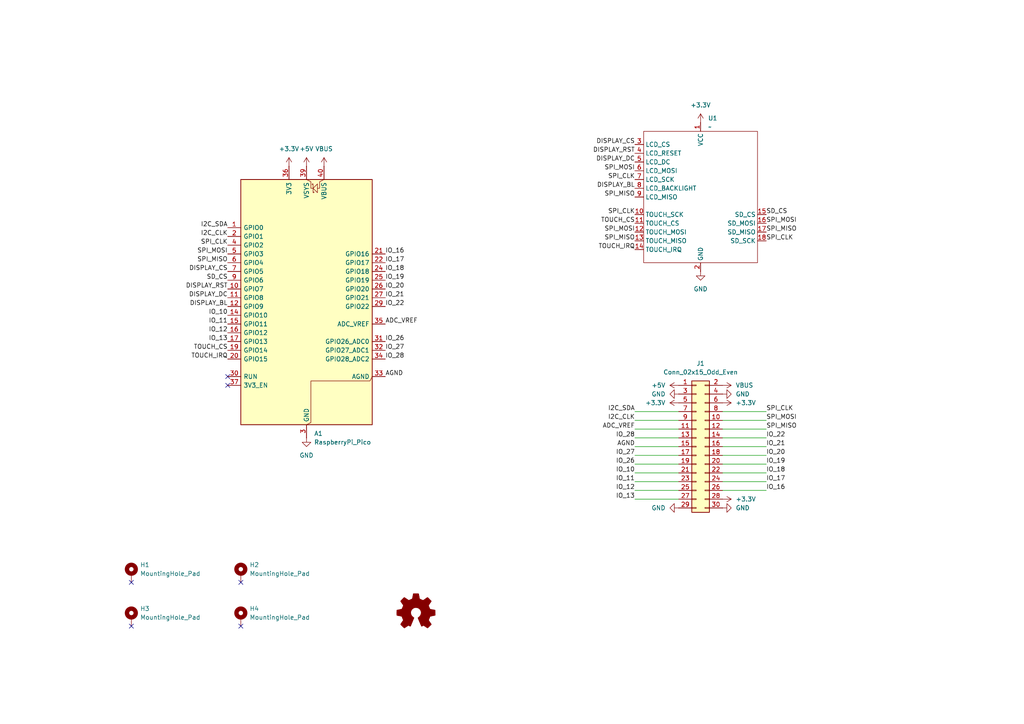
<source format=kicad_sch>
(kicad_sch (version 20250114) (generator "eeschema") (generator_version "9.0")
  (paper "A4")
  (lib_symbols
    (symbol "Connector_Generic:Conn_02x15_Odd_Even" (pin_names (offset 1.016) (hide yes))
      (property "Reference" "J" (at 1.27 20.32 0))
      (property "Value" "Conn_02x15_Odd_Even" (at 1.27 -20.32 0))
      (symbol "Conn_02x15_Odd_Even_1_1"
        (rectangle (start -1.27 19.05) (end 3.81 -19.05) (stroke (width 0.254)) (fill (type background)))
        (rectangle (start -1.27 17.907) (end 0 17.653) (stroke (width 0.1524)))
        (rectangle (start -1.27 15.367) (end 0 15.113) (stroke (width 0.1524)))
        (rectangle (start -1.27 12.827) (end 0 12.573) (stroke (width 0.1524)))
        (rectangle (start -1.27 10.287) (end 0 10.033) (stroke (width 0.1524)))
        (rectangle (start -1.27 7.747) (end 0 7.493) (stroke (width 0.1524)))
        (rectangle (start -1.27 5.207) (end 0 4.953) (stroke (width 0.1524)))
        (rectangle (start -1.27 2.667) (end 0 2.413) (stroke (width 0.1524)))
        (rectangle (start -1.27 0.127) (end 0 -0.127) (stroke (width 0.1524)))
        (rectangle (start -1.27 -2.413) (end 0 -2.667) (stroke (width 0.1524)))
        (rectangle (start -1.27 -4.953) (end 0 -5.207) (stroke (width 0.1524)))
        (rectangle (start -1.27 -7.493) (end 0 -7.747) (stroke (width 0.1524)))
        (rectangle (start -1.27 -10.033) (end 0 -10.287) (stroke (width 0.1524)))
        (rectangle (start -1.27 -12.573) (end 0 -12.827) (stroke (width 0.1524)))
        (rectangle (start -1.27 -15.113) (end 0 -15.367) (stroke (width 0.1524)))
        (rectangle (start -1.27 -17.653) (end 0 -17.907) (stroke (width 0.1524)))
        (rectangle (start 3.81 17.907) (end 2.54 17.653) (stroke (width 0.1524)))
        (rectangle (start 3.81 15.367) (end 2.54 15.113) (stroke (width 0.1524)))
        (rectangle (start 3.81 12.827) (end 2.54 12.573) (stroke (width 0.1524)))
        (rectangle (start 3.81 10.287) (end 2.54 10.033) (stroke (width 0.1524)))
        (rectangle (start 3.81 7.747) (end 2.54 7.493) (stroke (width 0.1524)))
        (rectangle (start 3.81 5.207) (end 2.54 4.953) (stroke (width 0.1524)))
        (rectangle (start 3.81 2.667) (end 2.54 2.413) (stroke (width 0.1524)))
        (rectangle (start 3.81 0.127) (end 2.54 -0.127) (stroke (width 0.1524)))
        (rectangle (start 3.81 -2.413) (end 2.54 -2.667) (stroke (width 0.1524)))
        (rectangle (start 3.81 -4.953) (end 2.54 -5.207) (stroke (width 0.1524)))
        (rectangle (start 3.81 -7.493) (end 2.54 -7.747) (stroke (width 0.1524)))
        (rectangle (start 3.81 -10.033) (end 2.54 -10.287) (stroke (width 0.1524)))
        (rectangle (start 3.81 -12.573) (end 2.54 -12.827) (stroke (width 0.1524)))
        (rectangle (start 3.81 -15.113) (end 2.54 -15.367) (stroke (width 0.1524)))
        (rectangle (start 3.81 -17.653) (end 2.54 -17.907) (stroke (width 0.1524)))
        (pin passive line (at -5.08 17.78 0) (length 3.81) (name "Pin_1") (number "1"))
        (pin passive line (at -5.08 15.24 0) (length 3.81) (name "Pin_3") (number "3"))
        (pin passive line (at -5.08 12.7 0) (length 3.81) (name "Pin_5") (number "5"))
        (pin passive line (at -5.08 10.16 0) (length 3.81) (name "Pin_7") (number "7"))
        (pin passive line (at -5.08 7.62 0) (length 3.81) (name "Pin_9") (number "9"))
        (pin passive line (at -5.08 5.08 0) (length 3.81) (name "Pin_11") (number "11"))
        (pin passive line (at -5.08 2.54 0) (length 3.81) (name "Pin_13") (number "13"))
        (pin passive line (at -5.08 0 0) (length 3.81) (name "Pin_15") (number "15"))
        (pin passive line (at -5.08 -2.54 0) (length 3.81) (name "Pin_17") (number "17"))
        (pin passive line (at -5.08 -5.08 0) (length 3.81) (name "Pin_19") (number "19"))
        (pin passive line (at -5.08 -7.62 0) (length 3.81) (name "Pin_21") (number "21"))
        (pin passive line (at -5.08 -10.16 0) (length 3.81) (name "Pin_23") (number "23"))
        (pin passive line (at -5.08 -12.7 0) (length 3.81) (name "Pin_25") (number "25"))
        (pin passive line (at -5.08 -15.24 0) (length 3.81) (name "Pin_27") (number "27"))
        (pin passive line (at -5.08 -17.78 0) (length 3.81) (name "Pin_29") (number "29"))
        (pin passive line (at 7.62 17.78 180) (length 3.81) (name "Pin_2") (number "2"))
        (pin passive line (at 7.62 15.24 180) (length 3.81) (name "Pin_4") (number "4"))
        (pin passive line (at 7.62 12.7 180) (length 3.81) (name "Pin_6") (number "6"))
        (pin passive line (at 7.62 10.16 180) (length 3.81) (name "Pin_8") (number "8"))
        (pin passive line (at 7.62 7.62 180) (length 3.81) (name "Pin_10") (number "10"))
        (pin passive line (at 7.62 5.08 180) (length 3.81) (name "Pin_12") (number "12"))
        (pin passive line (at 7.62 2.54 180) (length 3.81) (name "Pin_14") (number "14"))
        (pin passive line (at 7.62 0 180) (length 3.81) (name "Pin_16") (number "16"))
        (pin passive line (at 7.62 -2.54 180) (length 3.81) (name "Pin_18") (number "18"))
        (pin passive line (at 7.62 -5.08 180) (length 3.81) (name "Pin_20") (number "20"))
        (pin passive line (at 7.62 -7.62 180) (length 3.81) (name "Pin_22") (number "22"))
        (pin passive line (at 7.62 -10.16 180) (length 3.81) (name "Pin_24") (number "24"))
        (pin passive line (at 7.62 -12.7 180) (length 3.81) (name "Pin_26") (number "26"))
        (pin passive line (at 7.62 -15.24 180) (length 3.81) (name "Pin_28") (number "28"))
        (pin passive line (at 7.62 -17.78 180) (length 3.81) (name "Pin_30") (number "30"))
      )
    )
    (symbol "Display:ILI9341_with_touch_and_sd"
      (property "Reference" "U" (at -16.51 -20.32 0))
      (symbol "ILI9341_with_touch_and_sd_0_1"
        (rectangle (start -16.51 19.05) (end 16.51 -19.05))
      )
      (symbol "ILI9341_with_touch_and_sd_1_1"
        (pin input line (at -19.05 15.24 0) (length 2.54) (name "LCD_CS") (number "3"))
        (pin input line (at -19.05 12.7 0) (length 2.54) (name "LCD_RESET") (number "4"))
        (pin input line (at -19.05 10.16 0) (length 2.54) (name "LCD_DC") (number "5"))
        (pin input line (at -19.05 7.62 0) (length 2.54) (name "LCD_MOSI") (number "6"))
        (pin input line (at -19.05 5.08 0) (length 2.54) (name "LCD_SCK") (number "7"))
        (pin input line (at -19.05 2.54 0) (length 2.54) (name "LCD_BACKLIGHT") (number "8"))
        (pin output line (at -19.05 0 0) (length 2.54) (name "LCD_MISO") (number "9"))
        (pin input line (at -19.05 -5.08 0) (length 2.54) (name "TOUCH_SCK") (number "10"))
        (pin input line (at -19.05 -7.62 0) (length 2.54) (name "TOUCH_CS") (number "11"))
        (pin input line (at -19.05 -10.16 0) (length 2.54) (name "TOUCH_MOSI") (number "12"))
        (pin output line (at -19.05 -12.7 0) (length 2.54) (name "TOUCH_MISO") (number "13"))
        (pin output line (at -19.05 -15.24 0) (length 2.54) (name "TOUCH_IRQ") (number "14"))
        (pin power_in line (at 0 21.59 270) (length 2.54) (name "VCC") (number "1"))
        (pin power_out line (at 0 -21.59 90) (length 2.54) (name "GND") (number "2"))
        (pin input line (at 19.05 -5.08 180) (length 2.54) (name "SD_CS") (number "15"))
        (pin input line (at 19.05 -7.62 180) (length 2.54) (name "SD_MOSI") (number "16"))
        (pin output line (at 19.05 -10.16 180) (length 2.54) (name "SD_MISO") (number "17"))
        (pin input line (at 19.05 -12.7 180) (length 2.54) (name "SD_SCK") (number "18"))
      )
    )
    (symbol "Graphic:Logo_Open_Hardware_Small" (in_bom no) (on_board no)
      (symbol "Logo_Open_Hardware_Small_0_1"
        (polyline (pts (xy 3.3528 -4.3434) (xy 3.302 -4.318) (xy 3.175 -4.2418) (xy 2.9972 -4.1148) (xy 2.7686 -3.9624) (xy 2.54 -3.81) (xy 2.3622 -3.7084) (xy 2.2352 -3.6068) (xy 2.1844 -3.5814) (xy 2.159 -3.6068) (xy 2.0574 -3.6576) (xy 1.905 -3.7338) (xy 1.8034 -3.7846) (xy 1.6764 -3.8354) (xy 1.6002 -3.8354) (xy 1.6002 -3.8354) (xy 1.5494 -3.7338) (xy 1.4732 -3.5306) (xy 1.3462 -3.302) (xy 1.2446 -3.0226) (xy 1.1176 -2.7178) (xy 0.9652 -2.413) (xy 0.8636 -2.1082) (xy 0.7366 -1.8288) (xy 0.6604 -1.6256) (xy 0.6096 -1.4732) (xy 0.5842 -1.397) (xy 0.5842 -1.397) (xy 0.6604 -1.3208) (xy 0.7874 -1.2446) (xy 1.0414 -1.016) (xy 1.2954 -0.6858) (xy 1.4478 -0.3302) (xy 1.524 0.0762) (xy 1.4732 0.4572) (xy 1.3208 0.8128) (xy 1.0668 1.143) (xy 0.762 1.3716) (xy 0.4064 1.524) (xy 0 1.5748) (xy -0.381 1.5494) (xy -0.7366 1.397) (xy -1.0668 1.143) (xy -1.2192 0.9906) (xy -1.397 0.6604) (xy -1.524 0.3048) (xy -1.524 0.2286) (xy -1.4986 -0.1778) (xy -1.397 -0.5334) (xy -1.1938 -0.8636) (xy -0.9144 -1.143) (xy -0.8636 -1.1684) (xy -0.7366 -1.27) (xy -0.635 -1.3462) (xy -0.5842 -1.397) (xy -1.0668 -2.5908) (xy -1.143 -2.794) (xy -1.2954 -3.1242) (xy -1.397 -3.4036) (xy -1.4986 -3.6322) (xy -1.5748 -3.7846) (xy -1.6002 -3.8354) (xy -1.6002 -3.8354) (xy -1.651 -3.8354) (xy -1.7272 -3.81) (xy -1.905 -3.7338) (xy -2.0066 -3.683) (xy -2.1336 -3.6068) (xy -2.2098 -3.5814) (xy -2.2606 -3.6068) (xy -2.3622 -3.683) (xy -2.54 -3.81) (xy -2.7686 -3.9624) (xy -2.9718 -4.0894) (xy -3.1496 -4.2164) (xy -3.302 -4.318) (xy -3.3528 -4.3434) (xy -3.3782 -4.3434) (xy -3.429 -4.318) (xy -3.5306 -4.2164) (xy -3.7084 -4.064) (xy -3.937 -3.8354) (xy -3.9624 -3.81) (xy -4.1656 -3.6068) (xy -4.318 -3.4544) (xy -4.4196 -3.3274) (xy -4.445 -3.2766) (xy -4.445 -3.2766) (xy -4.4196 -3.2258) (xy -4.318 -3.0734) (xy -4.2164 -2.8956) (xy -4.064 -2.667) (xy -3.6576 -2.0828) (xy -3.8862 -1.5494) (xy -3.937 -1.3716) (xy -4.0386 -1.1684) (xy -4.0894 -1.0414) (xy -4.1148 -0.9652) (xy -4.191 -0.9398) (xy -4.318 -0.9144) (xy -4.5466 -0.8636) (xy -4.8006 -0.8128) (xy -5.0546 -0.7874) (xy -5.2578 -0.7366) (xy -5.4356 -0.7112) (xy -5.5118 -0.6858) (xy -5.5118 -0.6858) (xy -5.5372 -0.635) (xy -5.5372 -0.5588) (xy -5.5372 -0.4318) (xy -5.5626 -0.2286) (xy -5.5626 0.0762) (xy -5.5626 0.127) (xy -5.5372 0.4064) (xy -5.5372 0.635) (xy -5.5372 0.762) (xy -5.5372 0.8382) (xy -5.5372 0.8382) (xy -5.461 0.8382) (xy -5.3086 0.889) (xy -5.08 0.9144) (xy -4.826 0.9652) (xy -4.8006 0.9906) (xy -4.5466 1.0414) (xy -4.318 1.0668) (xy -4.1656 1.1176) (xy -4.0894 1.143) (xy -4.0894 1.143) (xy -4.0386 1.2446) (xy -3.9624 1.4224) (xy -3.8608 1.6256) (xy -3.7846 1.8288) (xy -3.7084 2.0066) (xy -3.6576 2.159) (xy -3.6322 2.2098) (xy -3.6322 2.2098) (xy -3.683 2.286) (xy -3.7592 2.413) (xy -3.8862 2.5908) (xy -4.064 2.8194) (xy -4.064 2.8448) (xy -4.2164 3.0734) (xy -4.3434 3.2512) (xy -4.4196 3.3782) (xy -4.445 3.4544) (xy -4.445 3.4544) (xy -4.3942 3.5052) (xy -4.2926 3.6322) (xy -4.1148 3.81) (xy -3.937 4.0132) (xy -3.8608 4.064) (xy -3.6576 4.2926) (xy -3.5052 4.4196) (xy -3.4036 4.4958) (xy -3.3528 4.5212) (xy -3.3528 4.5212) (xy -3.302 4.4704) (xy -3.1496 4.3688) (xy -2.9718 4.2418) (xy -2.7432 4.0894) (xy -2.7178 4.0894) (xy -2.4892 3.937) (xy -2.3114 3.81) (xy -2.1844 3.7084) (xy -2.1336 3.683) (xy -2.1082 3.683) (xy -2.032 3.7084) (xy -1.8542 3.7592) (xy -1.6764 3.8354) (xy -1.4732 3.937) (xy -1.27 4.0132) (xy -1.143 4.064) (xy -1.0668 4.1148) (xy -1.0668 4.1148) (xy -1.0414 4.191) (xy -1.016 4.3434) (xy -0.9652 4.572) (xy -0.9144 4.8514) (xy -0.889 4.9022) (xy -0.8382 5.1562) (xy -0.8128 5.3848) (xy -0.7874 5.5372) (xy -0.762 5.588) (xy -0.7112 5.6134) (xy -0.5842 5.6134) (xy -0.4064 5.6134) (xy -0.1524 5.6134) (xy 0.0762 5.6134) (xy 0.3302 5.6134) (xy 0.5334 5.6134) (xy 0.6858 5.588) (xy 0.7366 5.588) (xy 0.7366 5.588) (xy 0.762 5.5118) (xy 0.8128 5.334) (xy 0.8382 5.1054) (xy 0.9144 4.826) (xy 0.9144 4.7752) (xy 0.9652 4.5212) (xy 1.016 4.2926) (xy 1.0414 4.1402) (xy 1.0668 4.0894) (xy 1.0668 4.0894) (xy 1.1938 4.0386) (xy 1.3716 3.9624) (xy 1.5748 3.8608) (xy 2.0828 3.6576) (xy 2.7178 4.0894) (xy 2.7686 4.1402) (xy 2.9972 4.2926) (xy 3.175 4.4196) (xy 3.302 4.4958) (xy 3.3782 4.5212) (xy 3.3782 4.5212) (xy 3.429 4.4704) (xy 3.556 4.3434) (xy 3.7338 4.191) (xy 3.9116 3.9878) (xy 4.064 3.8354) (xy 4.2418 3.6576) (xy 4.3434 3.556) (xy 4.4196 3.4798) (xy 4.4196 3.429) (xy 4.4196 3.4036) (xy 4.3942 3.3274) (xy 4.2926 3.2004) (xy 4.1656 2.9972) (xy 4.0132 2.794) (xy 3.8862 2.5908) (xy 3.7592 2.3876) (xy 3.6576 2.2352) (xy 3.6322 2.159) (xy 3.6322 2.1336) (xy 3.683 2.0066) (xy 3.7592 1.8288) (xy 3.8608 1.6002) (xy 4.064 1.1176) (xy 4.3942 1.0414) (xy 4.5974 1.016) (xy 4.8768 0.9652) (xy 5.1308 0.9144) (xy 5.5372 0.8382) (xy 5.5626 -0.6604) (xy 5.4864 -0.6858) (xy 5.4356 -0.6858) (xy 5.2832 -0.7366) (xy 5.0546 -0.762) (xy 4.8006 -0.8128) (xy 4.5974 -0.8636) (xy 4.3688 -0.9144) (xy 4.2164 -0.9398) (xy 4.1402 -0.9398) (xy 4.1148 -0.9652) (xy 4.064 -1.0668) (xy 3.9878 -1.2446) (xy 3.9116 -1.4478) (xy 3.81 -1.651) (xy 3.7338 -1.8542) (xy 3.683 -2.0066) (xy 3.6576 -2.0828) (xy 3.683 -2.1336) (xy 3.7846 -2.2606) (xy 3.8862 -2.4638) (xy 4.0386 -2.667) (xy 4.191 -2.8956) (xy 4.318 -3.0734) (xy 4.3942 -3.2004) (xy 4.445 -3.2766) (xy 4.4196 -3.3274) (xy 4.3434 -3.429) (xy 4.1656 -3.5814) (xy 3.937 -3.8354) (xy 3.8862 -3.8608) (xy 3.683 -4.064) (xy 3.5306 -4.2164) (xy 3.4036 -4.318) (xy 3.3528 -4.3434)) (fill (type outline)))
      )
    )
    (symbol "MCU_Module_Raspberry_Pi_Pico:RaspberryPi_Pico" (pin_names (offset 0.762))
      (property "Reference" "A" (at -19.05 38.1 0))
      (property "Value" "RaspberryPi_Pico" (at 7.62 38.1 0))
      (symbol "RaspberryPi_Pico_0_1"
        (rectangle (start -19.05 36.83) (end 19.05 -34.29) (stroke (width 0.254)) (fill (type background)))
        (polyline (pts (xy 0 36.83) (xy 1.27 36.195) (xy 1.27 34.29) (xy 1.905 34.29)))
        (polyline (pts (xy 0 -34.29) (xy 1.27 -33.655) (xy 1.27 -21.59) (xy 18.415 -21.59) (xy 19.05 -20.32)))
        (polyline (pts (xy 1.651 35.306) (xy 1.651 35.56) (xy 1.905 35.56) (xy 1.905 33.02) (xy 2.159 33.02) (xy 2.159 33.274)))
        (polyline (pts (xy 1.905 34.29) (xy 3.175 35.56) (xy 3.175 33.02) (xy 1.905 34.29)))
        (polyline (pts (xy 5.08 36.83) (xy 3.81 36.195) (xy 3.81 34.29) (xy 3.175 34.29)))
      )
      (symbol "RaspberryPi_Pico_1_1"
        (pin bidirectional line (at -22.86 22.86 0) (length 3.81) (name "GPIO0") (number "1"))
        (pin bidirectional line (at -22.86 20.32 0) (length 3.81) (name "GPIO1") (number "2"))
        (pin bidirectional line (at -22.86 17.78 0) (length 3.81) (name "GPIO2") (number "4"))
        (pin bidirectional line (at -22.86 15.24 0) (length 3.81) (name "GPIO3") (number "5"))
        (pin bidirectional line (at -22.86 12.7 0) (length 3.81) (name "GPIO4") (number "6"))
        (pin bidirectional line (at -22.86 10.16 0) (length 3.81) (name "GPIO5") (number "7"))
        (pin bidirectional line (at -22.86 7.62 0) (length 3.81) (name "GPIO6") (number "9"))
        (pin bidirectional line (at -22.86 5.08 0) (length 3.81) (name "GPIO7") (number "10"))
        (pin bidirectional line (at -22.86 2.54 0) (length 3.81) (name "GPIO8") (number "11"))
        (pin bidirectional line (at -22.86 0 0) (length 3.81) (name "GPIO9") (number "12"))
        (pin bidirectional line (at -22.86 -2.54 0) (length 3.81) (name "GPIO10") (number "14"))
        (pin bidirectional line (at -22.86 -5.08 0) (length 3.81) (name "GPIO11") (number "15"))
        (pin bidirectional line (at -22.86 -7.62 0) (length 3.81) (name "GPIO12") (number "16"))
        (pin bidirectional line (at -22.86 -10.16 0) (length 3.81) (name "GPIO13") (number "17"))
        (pin bidirectional line (at -22.86 -12.7 0) (length 3.81) (name "GPIO14") (number "19"))
        (pin bidirectional line (at -22.86 -15.24 0) (length 3.81) (name "GPIO15") (number "20"))
        (pin input line (at -22.86 -20.32 0) (length 3.81) (name "RUN") (number "30"))
        (pin input line (at -22.86 -22.86 0) (length 3.81) (name "3V3_EN") (number "37"))
        (pin power_out line (at -5.08 40.64 270) (length 3.81) (name "3V3") (number "36"))
        (pin power_in line (at 0 40.64 270) (length 3.81) (name "VSYS") (number "39"))
        (pin passive line (at 0 -38.1 90) (length 3.81) (hide yes) (name "GND") (number "13"))
        (pin passive line (at 0 -38.1 90) (length 3.81) (hide yes) (name "GND") (number "18"))
        (pin passive line (at 0 -38.1 90) (length 3.81) (hide yes) (name "GND") (number "23"))
        (pin passive line (at 0 -38.1 90) (length 3.81) (hide yes) (name "GND") (number "28"))
        (pin power_out line (at 0 -38.1 90) (length 3.81) (name "GND") (number "3"))
        (pin passive line (at 0 -38.1 90) (length 3.81) (hide yes) (name "GND") (number "38"))
        (pin passive line (at 0 -38.1 90) (length 3.81) (hide yes) (name "GND") (number "8"))
        (pin power_out line (at 5.08 40.64 270) (length 3.81) (name "VBUS") (number "40"))
        (pin bidirectional line (at 22.86 15.24 180) (length 3.81) (name "GPIO16") (number "21"))
        (pin bidirectional line (at 22.86 12.7 180) (length 3.81) (name "GPIO17") (number "22"))
        (pin bidirectional line (at 22.86 10.16 180) (length 3.81) (name "GPIO18") (number "24"))
        (pin bidirectional line (at 22.86 7.62 180) (length 3.81) (name "GPIO19") (number "25"))
        (pin bidirectional line (at 22.86 5.08 180) (length 3.81) (name "GPIO20") (number "26"))
        (pin bidirectional line (at 22.86 2.54 180) (length 3.81) (name "GPIO21") (number "27"))
        (pin bidirectional line (at 22.86 0 180) (length 3.81) (name "GPIO22") (number "29"))
        (pin power_in line (at 22.86 -5.08 180) (length 3.81) (name "ADC_VREF") (number "35"))
        (pin bidirectional line (at 22.86 -10.16 180) (length 3.81) (name "GPIO26_ADC0") (number "31"))
        (pin bidirectional line (at 22.86 -12.7 180) (length 3.81) (name "GPIO27_ADC1") (number "32"))
        (pin bidirectional line (at 22.86 -15.24 180) (length 3.81) (name "GPIO28_ADC2") (number "34"))
        (pin power_out line (at 22.86 -20.32 180) (length 3.81) (name "AGND") (number "33"))
      )
    )
    (symbol "Mechanical:MountingHole_Pad" (pin_numbers (hide yes)) (pin_names (offset 1.016) (hide yes)) (exclude_from_sim yes) (in_bom no)
      (property "Reference" "H" (at 0 6.35 0))
      (property "Value" "MountingHole_Pad" (at 0 4.445 0))
      (symbol "MountingHole_Pad_0_1"
        (circle (center 0 1.27) (radius 1.27) (stroke (width 1.27)))
      )
      (symbol "MountingHole_Pad_1_1"
        (pin input line (at 0 -2.54 90) (length 2.54) (name "1") (number "1"))
      )
    )
    (symbol "power:+3.3V" (power) (pin_numbers (hide yes)) (pin_names (offset 0) (hide yes))
      (property "Value" "+3.3V" (at 0 3.556 0))
      (symbol "+3.3V_0_1"
        (polyline (pts (xy -0.762 1.27) (xy 0 2.54)))
        (polyline (pts (xy 0 2.54) (xy 0.762 1.27)))
        (polyline (pts (xy 0 0) (xy 0 2.54)))
      )
      (symbol "+3.3V_1_1"
        (pin power_in line (at 0 0 90) (length 0) (name "~") (number "1"))
      )
    )
    (symbol "power:+5V" (power) (pin_numbers (hide yes)) (pin_names (offset 0) (hide yes))
      (property "Value" "+5V" (at 0 3.556 0))
      (symbol "+5V_0_1"
        (polyline (pts (xy -0.762 1.27) (xy 0 2.54)))
        (polyline (pts (xy 0 2.54) (xy 0.762 1.27)))
        (polyline (pts (xy 0 0) (xy 0 2.54)))
      )
      (symbol "+5V_1_1"
        (pin power_in line (at 0 0 90) (length 0) (name "~") (number "1"))
      )
    )
    (symbol "power:GND" (power) (pin_numbers (hide yes)) (pin_names (offset 0) (hide yes))
      (property "Value" "GND" (at 0 -3.81 0))
      (symbol "GND_0_1"
        (polyline (pts (xy 0 0) (xy 0 -1.27) (xy 1.27 -1.27) (xy 0 -2.54) (xy -1.27 -1.27) (xy 0 -1.27)))
      )
      (symbol "GND_1_1"
        (pin power_in line (at 0 0 270) (length 0) (name "~") (number "1"))
      )
    )
    (symbol "power:VBUS" (power) (pin_numbers (hide yes)) (pin_names (offset 0) (hide yes))
      (property "Value" "VBUS" (at 0 3.556 0))
      (symbol "VBUS_0_1"
        (polyline (pts (xy -0.762 1.27) (xy 0 2.54)))
        (polyline (pts (xy 0 2.54) (xy 0.762 1.27)))
        (polyline (pts (xy 0 0) (xy 0 2.54)))
      )
      (symbol "VBUS_1_1"
        (pin power_in line (at 0 0 90) (length 0) (name "~") (number "1"))
      )
    )
  )
  (no_connect (at 38.1 168.91))
  (no_connect (at 38.1 181.61))
  (no_connect (at 66.04 109.22))
  (no_connect (at 69.85 168.91))
  (no_connect (at 69.85 181.61))
  (no_connect (at 66.04 111.76))
  (wire (pts (xy 209.55 129.54) (xy 222.25 129.54)))
  (wire (pts (xy 184.15 139.7) (xy 196.85 139.7)))
  (wire (pts (xy 209.55 134.62) (xy 222.25 134.62)))
  (wire (pts (xy 184.15 127) (xy 196.85 127)))
  (wire (pts (xy 209.55 121.92) (xy 222.25 121.92)))
  (wire (pts (xy 209.55 124.46) (xy 222.25 124.46)))
  (wire (pts (xy 209.55 119.38) (xy 222.25 119.38)))
  (wire (pts (xy 209.55 132.08) (xy 222.25 132.08)))
  (wire (pts (xy 184.15 137.16) (xy 196.85 137.16)))
  (wire (pts (xy 184.15 121.92) (xy 196.85 121.92)))
  (wire (pts (xy 209.55 139.7) (xy 222.25 139.7)))
  (wire (pts (xy 184.15 129.54) (xy 196.85 129.54)))
  (wire (pts (xy 184.15 124.46) (xy 196.85 124.46)))
  (wire (pts (xy 184.15 132.08) (xy 196.85 132.08)))
  (wire (pts (xy 209.55 137.16) (xy 222.25 137.16)))
  (wire (pts (xy 184.15 119.38) (xy 196.85 119.38)))
  (wire (pts (xy 184.15 142.24) (xy 196.85 142.24)))
  (wire (pts (xy 209.55 142.24) (xy 222.25 142.24)))
  (wire (pts (xy 209.55 127) (xy 222.25 127)))
  (wire (pts (xy 184.15 144.78) (xy 196.85 144.78)))
  (wire (pts (xy 184.15 134.62) (xy 196.85 134.62)))
  (label "IO_13" (at 66.04 99.06 180))
  (label "IO_20" (at 222.25 132.08 0))
  (label "IO_22" (at 111.76 88.9 0))
  (label "TOUCH_CS" (at 184.15 64.77 180))
  (label "SPI_CLK" (at 222.25 119.38 0))
  (label "SPI_MOSI" (at 66.04 73.66 180))
  (label "IO_19" (at 222.25 134.62 0))
  (label "DISPLAY_CS" (at 184.15 41.91 180))
  (label "IO_28" (at 111.76 104.14 0))
  (label "AGND" (at 184.15 129.54 180))
  (label "IO_27" (at 184.15 132.08 180))
  (label "SPI_CLK" (at 184.15 52.07 180))
  (label "DISPLAY_RST" (at 66.04 83.82 180))
  (label "DISPLAY_RST" (at 184.15 44.45 180))
  (label "IO_17" (at 111.76 76.2 0))
  (label "IO_28" (at 184.15 127 180))
  (label "DISPLAY_BL" (at 66.04 88.9 180))
  (label "AGND" (at 111.76 109.22 0))
  (label "SPI_MISO" (at 184.15 69.85 180))
  (label "IO_22" (at 222.25 127 0))
  (label "IO_18" (at 111.76 78.74 0))
  (label "IO_16" (at 111.76 73.66 0))
  (label "IO_26" (at 111.76 99.06 0))
  (label "IO_13" (at 184.15 144.78 180))
  (label "IO_26" (at 184.15 134.62 180))
  (label "TOUCH_IRQ" (at 66.04 104.14 180))
  (label "I2C_CLK" (at 184.15 121.92 180))
  (label "SPI_MOSI" (at 184.15 49.53 180))
  (label "SPI_MISO" (at 222.25 67.31 0))
  (label "IO_11" (at 184.15 139.7 180))
  (label "IO_18" (at 222.25 137.16 0))
  (label "DISPLAY_DC" (at 66.04 86.36 180))
  (label "SD_CS" (at 222.25 62.23 0))
  (label "SPI_MISO" (at 222.25 124.46 0))
  (label "DISPLAY_BL" (at 184.15 54.61 180))
  (label "ADC_VREF" (at 184.15 124.46 180))
  (label "IO_11" (at 66.04 93.98 180))
  (label "SPI_MISO" (at 184.15 57.15 180))
  (label "SPI_CLK" (at 222.25 69.85 0))
  (label "IO_19" (at 111.76 81.28 0))
  (label "I2C_CLK" (at 66.04 68.58 180))
  (label "SPI_CLK" (at 184.15 62.23 180))
  (label "IO_27" (at 111.76 101.6 0))
  (label "SPI_MOSI" (at 222.25 121.92 0))
  (label "IO_16" (at 222.25 142.24 0))
  (label "IO_21" (at 222.25 129.54 0))
  (label "IO_12" (at 66.04 96.52 180))
  (label "IO_20" (at 111.76 83.82 0))
  (label "IO_21" (at 111.76 86.36 0))
  (label "SPI_MISO" (at 66.04 76.2 180))
  (label "IO_12" (at 184.15 142.24 180))
  (label "IO_17" (at 222.25 139.7 0))
  (label "SPI_CLK" (at 66.04 71.12 180))
  (label "SD_CS" (at 66.04 81.28 180))
  (label "IO_10" (at 66.04 91.44 180))
  (label "TOUCH_IRQ" (at 184.15 72.39 180))
  (label "IO_10" (at 184.15 137.16 180))
  (label "SPI_MOSI" (at 222.25 64.77 0))
  (label "ADC_VREF" (at 111.76 93.98 0))
  (label "DISPLAY_DC" (at 184.15 46.99 180))
  (label "SPI_MOSI" (at 184.15 67.31 180))
  (label "I2C_SDA" (at 66.04 66.04 180))
  (label "TOUCH_CS" (at 66.04 101.6 180))
  (label "I2C_SDA" (at 184.15 119.38 180))
  (label "DISPLAY_CS" (at 66.04 78.74 180))
  (symbol (lib_id "Graphic:Logo_Open_Hardware_Small") (at 120.65 177.8 0) (unit 1) (in_bom no) (on_board no)
    (property "Reference" "#SYM1" (effects (hide yes)))
    (property "Value" "Logo_Open_Hardware_Small" (effects (hide yes)))
    (property "Description" "Open Hardware logo, small" (effects (hide yes)))
    (property "Sim.Enable" "0" (effects (hide yes)))
  )
  (symbol (lib_id "power:+3.3V") (at 196.85 116.84 90) (unit 1)
    (property "Reference" "#PWR06" (effects (hide yes)))
    (property "Value" "+3.3V" (at 193.04 116.8401 90) (effects (justify left)))
    (property "Description" "Power symbol creates a global label with name \"+3.3V\"" (effects (hide yes)))
  )
  (symbol (lib_id "power:VBUS") (at 209.55 111.76 270) (unit 1)
    (property "Reference" "#PWR08" (effects (hide yes)))
    (property "Value" "VBUS" (at 213.36 111.7599 90) (effects (justify left)))
    (property "Description" "Power symbol creates a global label with name \"VBUS\"" (effects (hide yes)))
  )
  (symbol (lib_id "power:GND") (at 209.55 114.3 90) (unit 1)
    (property "Reference" "#PWR05" (effects (hide yes)))
    (property "Value" "GND" (at 213.36 114.2999 90) (effects (justify right)))
    (property "Description" "Power symbol creates a global label with name \"GND\" , ground" (effects (hide yes)))
  )
  (symbol (lib_id "power:+3.3V") (at 203.2 35.56 0) (unit 1)
    (property "Reference" "#PWR09" (effects (hide yes)))
    (property "Value" "+3.3V" (at 203.2 30.48 0))
    (property "Description" "Power symbol creates a global label with name \"+3.3V\"" (effects (hide yes)))
  )
  (symbol (lib_id "Mechanical:MountingHole_Pad") (at 69.85 179.07 0) (unit 1) (exclude_from_sim yes) (in_bom no)
    (property "Reference" "H4" (at 72.39 176.5299 0) (effects (justify left)))
    (property "Value" "MountingHole_Pad" (at 72.39 179.0699 0) (effects (justify left)))
    (property "Footprint" "MountingHole:MountingHole_3.2mm_M3_Pad_Via" (effects (hide yes)))
    (property "Description" "Mounting Hole with connection" (effects (hide yes)))
  )
  (symbol (lib_id "Display:ILI9341_with_touch_and_sd") (at 203.2 57.15 0) (unit 1)
    (property "Reference" "U1" (at 205.3433 34.29 0) (effects (justify left)))
    (property "Value" "~" (at 205.3433 36.83 0) (effects (justify left)))
    (property "Footprint" "Display_Project:ILI9341_2.8in_with_touch_and_sd" (effects (hide yes)))
    (property "Datasheet" "https://www.aliexpress.com/item/1005006623369442.html" (effects (hide yes)))
  )
  (symbol (lib_id "power:GND") (at 196.85 147.32 270) (unit 1)
    (property "Reference" "#PWR019" (effects (hide yes)))
    (property "Value" "GND" (at 193.04 147.3199 90) (effects (justify right)))
    (property "Description" "Power symbol creates a global label with name \"GND\" , ground" (effects (hide yes)))
  )
  (symbol (lib_id "MCU_Module_Raspberry_Pi_Pico:RaspberryPi_Pico") (at 88.9 88.9 0) (unit 1)
    (property "Reference" "A1" (at 91.0941 125.73 0) (effects (justify left)))
    (property "Value" "RaspberryPi_Pico" (at 91.0941 128.27 0) (effects (justify left)))
    (property "Footprint" "Module_Raspberry_Pi_Pico:RaspberryPi_Pico_Common" (effects (hide yes)))
    (property "Datasheet" "https://datasheets.raspberrypi.com/pico/pico-datasheet.pdf" (effects (hide yes)))
    (property "Description" "Versatile and inexpensive microcontroller module powered by RP2040 dual-core Arm Cortex-M0+ processor up to 133 MHz, 264kB SRAM, 2MB QSPI flash" (effects (hide yes)))
  )
  (symbol (lib_id "Connector_Generic:Conn_02x15_Odd_Even") (at 201.93 129.54 0) (unit 1)
    (property "Reference" "J1" (at 203.2 105.41 0))
    (property "Value" "Conn_02x15_Odd_Even" (at 203.2 107.95 0))
    (property "Footprint" "Connector_PinSocket_2.54mm:PinSocket_2x15_P2.54mm_Vertical" (effects (hide yes)))
    (property "Description" "Generic connector, double row, 02x15, odd/even pin numbering scheme (row 1 odd numbers, row 2 even numbers), script generated (kicad-library-utils/schlib/autogen/connector/)" (effects (hide yes)))
  )
  (symbol (lib_id "Mechanical:MountingHole_Pad") (at 38.1 166.37 0) (unit 1) (exclude_from_sim yes) (in_bom no)
    (property "Reference" "H1" (at 40.64 163.8299 0) (effects (justify left)))
    (property "Value" "MountingHole_Pad" (at 40.64 166.3699 0) (effects (justify left)))
    (property "Footprint" "MountingHole:MountingHole_3.2mm_M3_Pad_Via" (effects (hide yes)))
    (property "Description" "Mounting Hole with connection" (effects (hide yes)))
  )
  (symbol (lib_id "power:VBUS") (at 93.98 48.26 0) (unit 1)
    (property "Reference" "#PWR04" (effects (hide yes)))
    (property "Value" "VBUS" (at 93.98 43.18 0))
    (property "Description" "Power symbol creates a global label with name \"VBUS\"" (effects (hide yes)))
  )
  (symbol (lib_id "power:GND") (at 203.2 78.74 0) (unit 1)
    (property "Reference" "#PWR017" (effects (hide yes)))
    (property "Value" "GND" (at 203.2 83.82 0))
    (property "Description" "Power symbol creates a global label with name \"GND\" , ground" (effects (hide yes)))
  )
  (symbol (lib_id "Mechanical:MountingHole_Pad") (at 38.1 179.07 0) (unit 1) (exclude_from_sim yes) (in_bom no)
    (property "Reference" "H3" (at 40.64 176.5299 0) (effects (justify left)))
    (property "Value" "MountingHole_Pad" (at 40.64 179.0699 0) (effects (justify left)))
    (property "Footprint" "MountingHole:MountingHole_3.2mm_M3_Pad_Via" (effects (hide yes)))
    (property "Description" "Mounting Hole with connection" (effects (hide yes)))
  )
  (symbol (lib_id "Mechanical:MountingHole_Pad") (at 69.85 166.37 0) (unit 1) (exclude_from_sim yes) (in_bom no)
    (property "Reference" "H2" (at 72.39 163.8299 0) (effects (justify left)))
    (property "Value" "MountingHole_Pad" (at 72.39 166.3699 0) (effects (justify left)))
    (property "Footprint" "MountingHole:MountingHole_3.2mm_M3_Pad_Via" (effects (hide yes)))
    (property "Description" "Mounting Hole with connection" (effects (hide yes)))
  )
  (symbol (lib_id "power:+3.3V") (at 83.82 48.26 0) (unit 1)
    (property "Reference" "#PWR03" (effects (hide yes)))
    (property "Value" "+3.3V" (at 83.82 43.18 0))
    (property "Description" "Power symbol creates a global label with name \"+3.3V\"" (effects (hide yes)))
  )
  (symbol (lib_id "power:+5V") (at 88.9 48.26 0) (unit 1)
    (property "Reference" "#PWR02" (effects (hide yes)))
    (property "Value" "+5V" (at 88.9 43.18 0))
    (property "Description" "Power symbol creates a global label with name \"+5V\"" (effects (hide yes)))
  )
  (symbol (lib_id "power:+3.3V") (at 209.55 144.78 270) (unit 1)
    (property "Reference" "#PWR021" (effects (hide yes)))
    (property "Value" "+3.3V" (at 213.36 144.7799 90) (effects (justify left)))
    (property "Description" "Power symbol creates a global label with name \"+3.3V\"" (effects (hide yes)))
  )
  (symbol (lib_id "power:GND") (at 196.85 114.3 270) (unit 1)
    (property "Reference" "#PWR013" (effects (hide yes)))
    (property "Value" "GND" (at 193.04 114.2999 90) (effects (justify right)))
    (property "Description" "Power symbol creates a global label with name \"GND\" , ground" (effects (hide yes)))
  )
  (symbol (lib_id "power:GND") (at 88.9 127 0) (unit 1)
    (property "Reference" "#PWR01" (effects (hide yes)))
    (property "Value" "GND" (at 88.9 132.08 0))
    (property "Description" "Power symbol creates a global label with name \"GND\" , ground" (effects (hide yes)))
  )
  (symbol (lib_id "power:+5V") (at 196.85 111.76 90) (unit 1)
    (property "Reference" "#PWR07" (effects (hide yes)))
    (property "Value" "+5V" (at 193.04 111.7599 90) (effects (justify left)))
    (property "Description" "Power symbol creates a global label with name \"+5V\"" (effects (hide yes)))
  )
  (symbol (lib_id "power:GND") (at 209.55 147.32 90) (unit 1)
    (property "Reference" "#PWR020" (effects (hide yes)))
    (property "Value" "GND" (at 213.36 147.3199 90) (effects (justify right)))
    (property "Description" "Power symbol creates a global label with name \"GND\" , ground" (effects (hide yes)))
  )
  (symbol (lib_id "power:+3.3V") (at 209.55 116.84 270) (unit 1)
    (property "Reference" "#PWR018" (effects (hide yes)))
    (property "Value" "+3.3V" (at 213.36 116.8399 90) (effects (justify left)))
    (property "Description" "Power symbol creates a global label with name \"+3.3V\"" (effects (hide yes)))
  )
)
</source>
